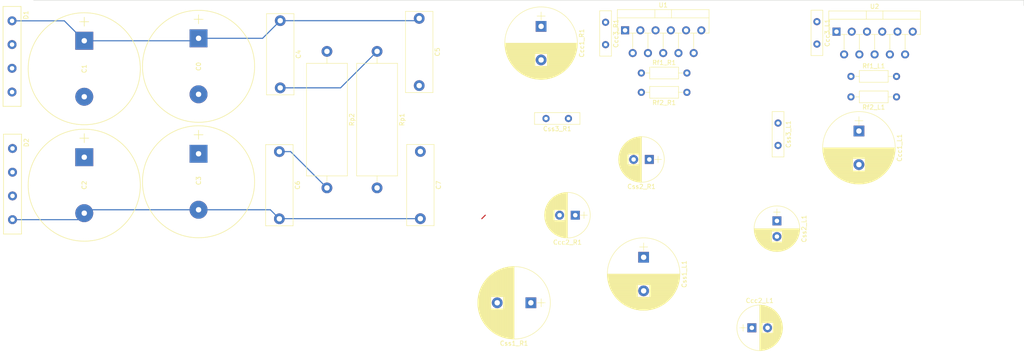
<source format=kicad_pcb>
(kicad_pcb (version 4) (host pcbnew 4.0.6)
  (layers (0 F.Cu signal) (31 B.Cu signal) (34 B.Paste user) (35 F.Paste user) (36 B.SilkS user) (37 F.SilkS user) (38 B.Mask user) (39 F.Mask user) (44 Edge.Cuts user))
  (net 0 "")
  (net 1 common_gnd)
  (net 2 VCC)
  (net 3 VSS)
  (net 4 "Net-(C4-Pad2)")
  (net 5 "Net-(C6-Pad1)")
  (net 6 PWR_GND)
  (net 7 "Net-(D1-Pad3)")
  (net 8 "Net-(D1-Pad4)")
  (net 9 "Net-(D2-Pad3)")
  (net 10 "Net-(D2-Pad4)")
  (net 11 "Net-(C2_l1-Pad1)")
  (net 12 "Net-(C2_l2-Pad1)")
  (net 13 "Net-(C2_L1-Pad1)")
  (net 14 "Net-(C2_R1-Pad1)")
  (net 15 mute_right)
  (net 16 mute_left)
  (net 17 "Net-(R23124-Pad2)")
  (net 18 "Net-(R1_l4-Pad2)")
  (net 19 "Net-(C7_L1-Pad1)")
  (net 20 "Net-(C8_R1-Pad2)")
  (module kicad_fp_lib:CP_Radial_D25.0mm_P12.50mm_SnapIn (layer F.Cu) (at 51.3 94.9 270)
    (fp_text reference C2 (at 0 0 270) (layer F.SilkS))
    (fp_text value 10m hide)
    (pad 2 thru_hole circle (at 6.25 0 270) (size 4 4) (drill 1.2) (layers *.Cu *.Mask) (net 3 VSS))
    (pad 1 thru_hole rect (at -6.25 0 270) (size 4 4) (drill 1.2) (layers *.Cu *.Mask) (net 1 common_gnd))
  )
  (module kicad_fp_lib:CP_Radial_D25.0mm_P12.50mm_SnapIn (layer F.Cu) (at 76.7816 94.13604 270)
    (fp_text reference C3 (at -0.23604 -0.0184 270) (layer F.SilkS))
    (fp_text value 10m hide)
    (pad 2 thru_hole circle (at 6.25 0 270) (size 4 4) (drill 1.2) (layers *.Cu *.Mask) (net 3 VSS))
    (pad 1 thru_hole rect (at -6.25 0 270) (size 4 4) (drill 1.2) (layers *.Cu *.Mask) (net 1 common_gnd))
  )
  (module kicad_fp_lib:CP_Radial_D25.0mm_P12.50mm_SnapIn (layer F.Cu) (at 76.7816 68.35504 270)
    (fp_text reference C0 (at 0.04496 -0.0184 270) (layer F.SilkS))
    (fp_text value 10m hide)
    (pad 2 thru_hole circle (at 6.25 0 270) (size 4 4) (drill 1.2) (layers *.Cu *.Mask) (net 1 common_gnd))
    (pad 1 thru_hole rect (at -6.25 0 270) (size 4 4) (drill 1.2) (layers *.Cu *.Mask) (net 2 VCC))
  )
  (module kicad_fp_lib:CP_Radial_D25.0mm_P12.50mm_SnapIn (layer F.Cu) (at 51.3 68.9 270)
    (fp_text reference C1 (at 0 0 270) (layer F.SilkS))
    (fp_text value 10m hide)
    (pad 2 thru_hole circle (at 6.25 0 270) (size 4 4) (drill 1.2) (layers *.Cu *.Mask) (net 1 common_gnd))
    (pad 1 thru_hole rect (at -6.25 0 270) (size 4 4) (drill 1.2) (layers *.Cu *.Mask) (net 2 VCC))
  )
  (module Capacitors_THT:CP_Radial_D16.0mm_P7.50mm (layer F.Cu) (at 224.028 82.804 270)
    (fp_text reference Ccc1_L1 (at 3.75 -9.06 270) (layer F.SilkS))
    (fp_text value 1000u)
    (pad 1 thru_hole rect (at 0 0 270) (size 2.4 2.4) (drill 1.2) (layers *.Cu *.Mask) (net 2 VCC))
    (pad 2 thru_hole circle (at 7.5 0 270) (size 2.4 2.4) (drill 1.2) (layers *.Cu *.Mask) (net 6 PWR_GND))
  )
  (module Capacitors_THT:CP_Radial_D16.0mm_P7.50mm (layer F.Cu) (at 153.162 59.436 270)
    (fp_text reference Ccc1_R1 (at 3.75 -9.06 270) (layer F.SilkS))
    (fp_text value 1000u)
    (pad 1 thru_hole rect (at 0 0 270) (size 2.4 2.4) (drill 1.2) (layers *.Cu *.Mask) (net 2 VCC))
    (pad 2 thru_hole circle (at 7.5 0 270) (size 2.4 2.4) (drill 1.2) (layers *.Cu *.Mask) (net 6 PWR_GND))
  )
  (module Capacitors_THT:CP_Radial_D10.0mm_P3.50mm (layer F.Cu) (at 160.782 101.6 180)
    (fp_text reference Ccc2_R1 (at 1.75 -6.06 180) (layer F.SilkS))
    (fp_text value 22u)
    (pad 1 thru_hole rect (at 0 0 180) (size 2 2) (drill 1) (layers *.Cu *.Mask) (net 2 VCC))
    (pad 2 thru_hole circle (at 3.5 0 180) (size 2 2) (drill 1) (layers *.Cu *.Mask) (net 6 PWR_GND))
  )
  (module Capacitors_THT:C_Disc_D10.0mm_W2.5mm_P5.00mm (layer F.Cu) (at 214.664 58.392 270)
    (fp_text reference Ccc3_L1 (at 2.5 -2.31 270) (layer F.SilkS))
    (fp_text value 2.2u)
    (pad 1 thru_hole circle (at 0 0 270) (size 1.6 1.6) (drill 0.8) (layers *.Cu *.Mask) (net 2 VCC))
    (pad 2 thru_hole circle (at 5 0 270) (size 1.6 1.6) (drill 0.8) (layers *.Cu *.Mask) (net 6 PWR_GND))
  )
  (module Capacitors_THT:C_Disc_D10.0mm_W2.5mm_P5.00mm (layer F.Cu) (at 167.536 58.52 270)
    (fp_text reference Ccc3_R1 (at 2.5 -2.31 270) (layer F.SilkS))
    (fp_text value 2.2u)
    (pad 1 thru_hole circle (at 0 0 270) (size 1.6 1.6) (drill 0.8) (layers *.Cu *.Mask) (net 2 VCC))
    (pad 2 thru_hole circle (at 5 0 270) (size 1.6 1.6) (drill 0.8) (layers *.Cu *.Mask) (net 6 PWR_GND))
  )
  (module Capacitors_THT:CP_Radial_D16.0mm_P7.50mm (layer F.Cu) (at 176.022 110.998 270)
    (fp_text reference Css1_L1 (at 3.75 -9.06 270) (layer F.SilkS))
    (fp_text value 1000u)
    (pad 1 thru_hole rect (at 0 0 270) (size 2.4 2.4) (drill 1.2) (layers *.Cu *.Mask) (net 6 PWR_GND))
    (pad 2 thru_hole circle (at 7.5 0 270) (size 2.4 2.4) (drill 1.2) (layers *.Cu *.Mask) (net 3 VSS))
  )
  (module Capacitors_THT:CP_Radial_D16.0mm_P7.50mm (layer F.Cu) (at 150.876 121.158 180)
    (fp_text reference Css1_R1 (at 3.75 -9.06 180) (layer F.SilkS))
    (fp_text value 1000u)
    (pad 1 thru_hole rect (at 0 0 180) (size 2.4 2.4) (drill 1.2) (layers *.Cu *.Mask) (net 6 PWR_GND))
    (pad 2 thru_hole circle (at 7.5 0 180) (size 2.4 2.4) (drill 1.2) (layers *.Cu *.Mask) (net 3 VSS))
  )
  (module Capacitors_THT:CP_Radial_D10.0mm_P3.50mm (layer F.Cu) (at 205.74 102.87 270)
    (fp_text reference Css2_L1 (at 1.75 -6.06 270) (layer F.SilkS))
    (fp_text value 22u)
    (pad 1 thru_hole rect (at 0 0 270) (size 2 2) (drill 1) (layers *.Cu *.Mask) (net 6 PWR_GND))
    (pad 2 thru_hole circle (at 3.5 0 270) (size 2 2) (drill 1) (layers *.Cu *.Mask) (net 3 VSS))
  )
  (module Capacitors_THT:CP_Radial_D10.0mm_P3.50mm (layer F.Cu) (at 177.292 89.154 180)
    (fp_text reference Css2_R1 (at 1.75 -6.06 180) (layer F.SilkS))
    (fp_text value 22u)
    (pad 1 thru_hole rect (at 0 0 180) (size 2 2) (drill 1) (layers *.Cu *.Mask) (net 6 PWR_GND))
    (pad 2 thru_hole circle (at 3.5 0 180) (size 2 2) (drill 1) (layers *.Cu *.Mask) (net 3 VSS))
  )
  (module Capacitors_THT:C_Disc_D10.0mm_W2.5mm_P5.00mm (layer F.Cu) (at 205.994 81.026 270)
    (fp_text reference Css3_L1 (at 2.5 -2.31 270) (layer F.SilkS))
    (fp_text value 2.2u)
    (pad 1 thru_hole circle (at 0 0 270) (size 1.6 1.6) (drill 0.8) (layers *.Cu *.Mask) (net 3 VSS))
    (pad 2 thru_hole circle (at 5 0 270) (size 1.6 1.6) (drill 0.8) (layers *.Cu *.Mask) (net 6 PWR_GND))
  )
  (module Capacitors_THT:C_Disc_D10.0mm_W2.5mm_P5.00mm (layer F.Cu) (at 159.258 80.01 180)
    (fp_text reference Css3_R1 (at 2.5 -2.31 180) (layer F.SilkS))
    (fp_text value 2.2u)
    (pad 1 thru_hole circle (at 0 0 180) (size 1.6 1.6) (drill 0.8) (layers *.Cu *.Mask) (net 6 PWR_GND))
    (pad 2 thru_hole circle (at 5 0 180) (size 1.6 1.6) (drill 0.8) (layers *.Cu *.Mask) (net 3 VSS))
  )
  (module TO_SOT_Packages_THT:Multiwatt-11_Vertical_StaggeredType2 (layer F.Cu) (at 171.886 60.32)
    (fp_text reference U1 (at 8.5 -5.62) (layer F.SilkS))
    (fp_text value LM3886T)
    (pad 1 thru_hole rect (at 0 0) (size 1.8 1.8) (drill 1) (layers *.Cu *.Mask) (net 2 VCC))
    (pad 2 thru_hole oval (at 1.7 5.08) (size 1.8 1.8) (drill 1) (layers *.Cu *.Mask))
    (pad 3 thru_hole oval (at 3.4 0) (size 1.8 1.8) (drill 1) (layers *.Cu *.Mask) (net 12 "Net-(C2_l2-Pad1)"))
    (pad 4 thru_hole oval (at 5.1 5.08) (size 1.8 1.8) (drill 1) (layers *.Cu *.Mask) (net 3 VSS))
    (pad 5 thru_hole oval (at 6.8 0) (size 1.8 1.8) (drill 1) (layers *.Cu *.Mask) (net 2 VCC))
    (pad 6 thru_hole oval (at 8.5 5.08) (size 1.8 1.8) (drill 1) (layers *.Cu *.Mask))
    (pad 7 thru_hole oval (at 10.2 0) (size 1.8 1.8) (drill 1) (layers *.Cu *.Mask) (net 6 PWR_GND))
    (pad 8 thru_hole oval (at 11.9 5.08) (size 1.8 1.8) (drill 1) (layers *.Cu *.Mask) (net 15 mute_right))
    (pad 9 thru_hole oval (at 13.6 0) (size 1.8 1.8) (drill 1) (layers *.Cu *.Mask) (net 18 "Net-(R1_l4-Pad2)"))
    (pad 10 thru_hole oval (at 15.3 5.08) (size 1.8 1.8) (drill 1) (layers *.Cu *.Mask) (net 14 "Net-(C2_R1-Pad1)"))
    (pad 11 thru_hole oval (at 17 0) (size 1.8 1.8) (drill 1) (layers *.Cu *.Mask))
  )
  (module TO_SOT_Packages_THT:Multiwatt-11_Vertical_StaggeredType2 (layer F.Cu) (at 219.024 60.622)
    (fp_text reference U2 (at 8.5 -5.62) (layer F.SilkS))
    (fp_text value LM3886T hide)
    (pad 1 thru_hole rect (at 0 0) (size 1.8 1.8) (drill 1) (layers *.Cu *.Mask) (net 2 VCC))
    (pad 2 thru_hole oval (at 1.7 5.08) (size 1.8 1.8) (drill 1) (layers *.Cu *.Mask))
    (pad 3 thru_hole oval (at 3.4 0) (size 1.8 1.8) (drill 1) (layers *.Cu *.Mask) (net 11 "Net-(C2_l1-Pad1)"))
    (pad 4 thru_hole oval (at 5.1 5.08) (size 1.8 1.8) (drill 1) (layers *.Cu *.Mask) (net 3 VSS))
    (pad 5 thru_hole oval (at 6.8 0) (size 1.8 1.8) (drill 1) (layers *.Cu *.Mask) (net 2 VCC))
    (pad 6 thru_hole oval (at 8.5 5.08) (size 1.8 1.8) (drill 1) (layers *.Cu *.Mask))
    (pad 7 thru_hole oval (at 10.2 0) (size 1.8 1.8) (drill 1) (layers *.Cu *.Mask) (net 6 PWR_GND))
    (pad 8 thru_hole oval (at 11.9 5.08) (size 1.8 1.8) (drill 1) (layers *.Cu *.Mask) (net 16 mute_left))
    (pad 9 thru_hole oval (at 13.6 0) (size 1.8 1.8) (drill 1) (layers *.Cu *.Mask) (net 17 "Net-(R23124-Pad2)"))
    (pad 10 thru_hole oval (at 15.3 5.08) (size 1.8 1.8) (drill 1) (layers *.Cu *.Mask) (net 13 "Net-(C2_L1-Pad1)"))
    (pad 11 thru_hole oval (at 17 0) (size 1.8 1.8) (drill 1) (layers *.Cu *.Mask))
  )
  (module Capacitors_THT:C_Rect_L18.0mm_W6.0mm_P15.00mm_FKS3_FKP3 (layer F.Cu) (at 94.996 58.166 270)
    (fp_text reference C4 (at 7.5 -4.06 270) (layer F.SilkS))
    (fp_text value 0.1u)
    (pad 1 thru_hole circle (at 0 0 270) (size 2.4 2.4) (drill 1.2) (layers *.Cu *.Mask) (net 2 VCC))
    (pad 2 thru_hole circle (at 15 0 270) (size 2.4 2.4) (drill 1.2) (layers *.Cu *.Mask) (net 4 "Net-(C4-Pad2)"))
  )
  (module Capacitors_THT:C_Rect_L18.0mm_W6.0mm_P15.00mm_FKS3_FKP3 (layer F.Cu) (at 125.984 57.658 270)
    (fp_text reference C5 (at 7.5 -4.06 270) (layer F.SilkS))
    (fp_text value 0.1u)
    (pad 1 thru_hole circle (at 0 0 270) (size 2.4 2.4) (drill 1.2) (layers *.Cu *.Mask) (net 2 VCC))
    (pad 2 thru_hole circle (at 15 0 270) (size 2.4 2.4) (drill 1.2) (layers *.Cu *.Mask) (net 1 common_gnd))
  )
  (module Capacitors_THT:C_Rect_L18.0mm_W6.0mm_P15.00mm_FKS3_FKP3 (layer F.Cu) (at 94.8 87.4 270)
    (fp_text reference C6 (at 7.5 -4.06 270) (layer F.SilkS))
    (fp_text value 0.1u)
    (pad 1 thru_hole circle (at 0 0 270) (size 2.4 2.4) (drill 1.2) (layers *.Cu *.Mask) (net 5 "Net-(C6-Pad1)"))
    (pad 2 thru_hole circle (at 15 0 270) (size 2.4 2.4) (drill 1.2) (layers *.Cu *.Mask) (net 3 VSS))
  )
  (module Capacitors_THT:C_Rect_L18.0mm_W6.0mm_P15.00mm_FKS3_FKP3 (layer F.Cu) (at 126.238 87.376 270)
    (fp_text reference C7 (at 7.5 -4.06 270) (layer F.SilkS))
    (fp_text value 0.1u)
    (pad 1 thru_hole circle (at 0 0 270) (size 2.4 2.4) (drill 1.2) (layers *.Cu *.Mask) (net 1 common_gnd))
    (pad 2 thru_hole circle (at 15 0 270) (size 2.4 2.4) (drill 1.2) (layers *.Cu *.Mask) (net 3 VSS))
  )
  (module kicad_fp_lib:rect_bridge_4x24 (layer F.Cu) (at 35.2 94.7 270)
    (fp_text reference D2 (at -9.3 -3.2 270) (layer F.SilkS))
    (fp_text value 400V/25A)
    (pad 1 thru_hole circle (at -8 -0.1 270) (size 2 2) (drill 1) (layers *.Cu *.Mask) (net 1 common_gnd))
    (pad 3 thru_hole circle (at -2.7 -0.1 270) (size 2 2) (drill 1) (layers *.Cu *.Mask) (net 9 "Net-(D2-Pad3)"))
    (pad 4 thru_hole circle (at 2.6 -0.1 270) (size 2 2) (drill 1) (layers *.Cu *.Mask) (net 10 "Net-(D2-Pad4)"))
    (pad 2 thru_hole circle (at 7.9 -0.1 270) (size 2 2) (drill 1) (layers *.Cu *.Mask) (net 3 VSS))
  )
  (module Resistors_THT:R_Axial_Power_L25.0mm_W9.0mm_P30.48mm (layer F.Cu) (at 116.586 65.024 270)
    (fp_text reference Rp1 (at 15.24 -5.56 270) (layer F.SilkS))
    (fp_text value 1)
    (pad 1 thru_hole circle (at 0 0 270) (size 2.4 2.4) (drill 1.2) (layers *.Cu *.Mask) (net 4 "Net-(C4-Pad2)"))
    (pad 2 thru_hole oval (at 30.48 0 270) (size 2.4 2.4) (drill 1.2) (layers *.Cu *.Mask) (net 1 common_gnd))
  )
  (module Resistors_THT:R_Axial_Power_L25.0mm_W9.0mm_P30.48mm (layer F.Cu) (at 105.41 65.024 270)
    (fp_text reference Rp2 (at 15.24 -5.56 270) (layer F.SilkS))
    (fp_text value 1)
    (pad 1 thru_hole circle (at 0 0 270) (size 2.4 2.4) (drill 1.2) (layers *.Cu *.Mask) (net 1 common_gnd))
    (pad 2 thru_hole oval (at 30.48 0 270) (size 2.4 2.4) (drill 1.2) (layers *.Cu *.Mask) (net 5 "Net-(C6-Pad1)"))
  )
  (module kicad_fp_lib:rect_bridge_4x24 (layer F.Cu) (at 35.1 66.2 270)
    (fp_text reference D1 (at -9.3 -3.2 270) (layer F.SilkS))
    (fp_text value 400V/25A)
    (pad 1 thru_hole circle (at -8 -0.1 270) (size 2 2) (drill 1) (layers *.Cu *.Mask) (net 2 VCC))
    (pad 3 thru_hole circle (at -2.7 -0.1 270) (size 2 2) (drill 1) (layers *.Cu *.Mask) (net 7 "Net-(D1-Pad3)"))
    (pad 4 thru_hole circle (at 2.6 -0.1 270) (size 2 2) (drill 1) (layers *.Cu *.Mask) (net 8 "Net-(D1-Pad4)"))
    (pad 2 thru_hole circle (at 7.9 -0.1 270) (size 2 2) (drill 1) (layers *.Cu *.Mask) (net 1 common_gnd))
  )
  (module Resistors_THT:R_Axial_DIN0207_L6.3mm_D2.5mm_P10.16mm_Horizontal (layer F.Cu) (at 222.25 70.612)
    (fp_text reference Rf1_L1 (at 5.08 -2.31) (layer F.SilkS))
    (fp_text value 20k)
    (pad 1 thru_hole circle (at 0 0) (size 1.6 1.6) (drill 0.8) (layers *.Cu *.Mask) (net 11 "Net-(C2_l1-Pad1)"))
    (pad 2 thru_hole oval (at 10.16 0) (size 1.6 1.6) (drill 0.8) (layers *.Cu *.Mask) (net 17 "Net-(R23124-Pad2)"))
  )
  (module Resistors_THT:R_Axial_DIN0207_L6.3mm_D2.5mm_P10.16mm_Horizontal (layer F.Cu) (at 175.514 69.85)
    (fp_text reference Rf1_R1 (at 5.08 -2.31) (layer F.SilkS))
    (fp_text value 20k)
    (pad 1 thru_hole circle (at 0 0) (size 1.6 1.6) (drill 0.8) (layers *.Cu *.Mask) (net 12 "Net-(C2_l2-Pad1)"))
    (pad 2 thru_hole oval (at 10.16 0) (size 1.6 1.6) (drill 0.8) (layers *.Cu *.Mask) (net 18 "Net-(R1_l4-Pad2)"))
  )
  (module Resistors_THT:R_Axial_DIN0207_L6.3mm_D2.5mm_P10.16mm_Horizontal (layer F.Cu) (at 232.41 75.184 180)
    (fp_text reference Rf2_L1 (at 5.08 -2.31 180) (layer F.SilkS))
    (fp_text value 1k)
    (pad 1 thru_hole circle (at 0 0 180) (size 1.6 1.6) (drill 0.8) (layers *.Cu *.Mask) (net 17 "Net-(R23124-Pad2)"))
    (pad 2 thru_hole oval (at 10.16 0 180) (size 1.6 1.6) (drill 0.8) (layers *.Cu *.Mask) (net 19 "Net-(C7_L1-Pad1)"))
  )
  (module Resistors_THT:R_Axial_DIN0207_L6.3mm_D2.5mm_P10.16mm_Horizontal (layer F.Cu) (at 185.674 74.168 180)
    (fp_text reference Rf2_R1 (at 5.08 -2.31 180) (layer F.SilkS))
    (fp_text value 1k)
    (pad 1 thru_hole circle (at 0 0 180) (size 1.6 1.6) (drill 0.8) (layers *.Cu *.Mask) (net 18 "Net-(R1_l4-Pad2)"))
    (pad 2 thru_hole oval (at 10.16 0 180) (size 1.6 1.6) (drill 0.8) (layers *.Cu *.Mask) (net 20 "Net-(C8_R1-Pad2)"))
  )
  (module Capacitors_THT:CP_Radial_D10.0mm_P3.50mm (layer F.Cu) (at 200.152 126.746)
    (fp_text reference Ccc2_L1 (at 1.75 -6.06) (layer F.SilkS))
    (fp_text value 22u)
    (pad 1 thru_hole rect (at 0 0) (size 2 2) (drill 1) (layers *.Cu *.Mask) (net 2 VCC))
    (pad 2 thru_hole circle (at 3.5 0) (size 2 2) (drill 1) (layers *.Cu *.Mask) (net 6 PWR_GND))
  )
  (gr_line (start 260.8 53.6) (end 260.8 54.8) (angle 90) (layer Edge.Cuts) (width 0.1))
  (gr_line (start 40 53.6) (end 260.8 53.6) (angle 90) (layer Edge.Cuts) (width 0.1))
  (segment (start 139.94 102.376) (end 140.716 101.6) (width 0.25) (layer F.Cu) (net 0))
  (segment (start 94.996 58.166) (end 125.476 58.166) (width 0.25) (layer B.Cu) (net 2))
  (segment (start 125.476 58.166) (end 125.984 57.658) (width 0.25) (layer B.Cu) (net 2))
  (segment (start 35.2 58.2) (end 46.85 58.2) (width 0.25) (layer B.Cu) (net 2))
  (segment (start 46.85 58.2) (end 51.3 62.65) (width 0.25) (layer B.Cu) (net 2))
  (segment (start 51.3 62.65) (end 76.23664 62.65) (width 0.25) (layer B.Cu) (net 2))
  (segment (start 76.23664 62.65) (end 76.7816 62.10504) (width 0.25) (layer B.Cu) (net 2))
  (segment (start 76.7816 62.10504) (end 91.05696 62.10504) (width 0.25) (layer B.Cu) (net 2))
  (segment (start 91.05696 62.10504) (end 94.996 58.166) (width 0.25) (layer B.Cu) (net 2))
  (segment (start 76.23664 62.65) (end 76.7816 62.10504) (width 0.25) (layer F.Cu) (net 2))
  (segment (start 35.3 102.6) (end 49.85 102.6) (width 0.25) (layer B.Cu) (net 3))
  (segment (start 49.85 102.6) (end 52.06396 100.38604) (width 0.25) (layer B.Cu) (net 3))
  (segment (start 52.06396 100.38604) (end 92.78604 100.38604) (width 0.25) (layer B.Cu) (net 3))
  (segment (start 92.78604 100.38604) (end 94.776 102.376) (width 0.25) (layer B.Cu) (net 3))
  (segment (start 94.776 102.376) (end 126.238 102.376) (width 0.25) (layer B.Cu) (net 3))
  (segment (start 76.01764 101.15) (end 76.7816 100.38604) (width 0.25) (layer F.Cu) (net 3))
  (segment (start 108.444 73.166) (end 116.586 65.024) (width 0.25) (layer B.Cu) (net 4))
  (segment (start 94.996 73.166) (end 108.444 73.166) (width 0.25) (layer B.Cu) (net 4))
  (segment (start 94.8 87.4) (end 97.306 87.4) (width 0.25) (layer B.Cu) (net 5))
  (segment (start 97.306 87.4) (end 105.41 95.504) (width 0.25) (layer B.Cu) (net 5))
)
</source>
